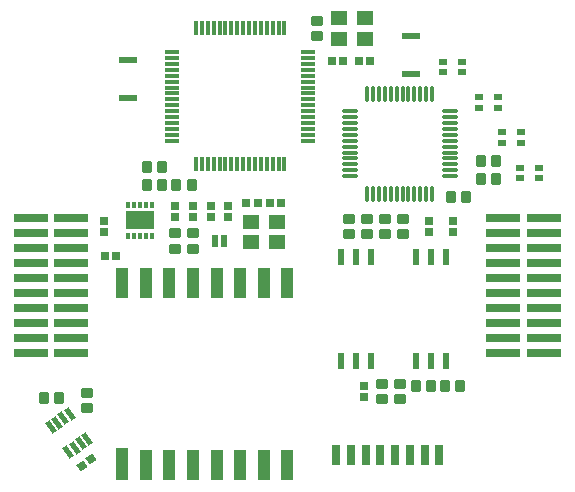
<source format=gtp>
G04*
G04 #@! TF.GenerationSoftware,Altium Limited,Altium Designer,24.4.1 (13)*
G04*
G04 Layer_Color=8421504*
%FSLAX44Y44*%
%MOMM*%
G71*
G04*
G04 #@! TF.SameCoordinates,FE180870-32F7-4A95-A59D-FA59A3482B45*
G04*
G04*
G04 #@! TF.FilePolarity,Positive*
G04*
G01*
G75*
%ADD18R,0.3048X1.1938*%
%ADD19R,1.1938X0.3048*%
G04:AMPARAMS|DCode=20|XSize=0.95mm|YSize=0.8mm|CornerRadius=0.1mm|HoleSize=0mm|Usage=FLASHONLY|Rotation=180.000|XOffset=0mm|YOffset=0mm|HoleType=Round|Shape=RoundedRectangle|*
%AMROUNDEDRECTD20*
21,1,0.9500,0.6000,0,0,180.0*
21,1,0.7500,0.8000,0,0,180.0*
1,1,0.2000,-0.3750,0.3000*
1,1,0.2000,0.3750,0.3000*
1,1,0.2000,0.3750,-0.3000*
1,1,0.2000,-0.3750,-0.3000*
%
%ADD20ROUNDEDRECTD20*%
G04:AMPARAMS|DCode=21|XSize=0.95mm|YSize=0.8mm|CornerRadius=0.1mm|HoleSize=0mm|Usage=FLASHONLY|Rotation=90.000|XOffset=0mm|YOffset=0mm|HoleType=Round|Shape=RoundedRectangle|*
%AMROUNDEDRECTD21*
21,1,0.9500,0.6000,0,0,90.0*
21,1,0.7500,0.8000,0,0,90.0*
1,1,0.2000,0.3000,0.3750*
1,1,0.2000,0.3000,-0.3750*
1,1,0.2000,-0.3000,-0.3750*
1,1,0.2000,-0.3000,0.3750*
%
%ADD21ROUNDEDRECTD21*%
%ADD22R,0.3500X0.5500*%
%ADD23R,2.4000X1.6200*%
%ADD24R,0.6604X1.7018*%
%ADD25R,2.9200X0.7400*%
%ADD26R,1.4000X1.2000*%
G04:AMPARAMS|DCode=27|XSize=1.1mm|YSize=0.45mm|CornerRadius=0mm|HoleSize=0mm|Usage=FLASHONLY|Rotation=125.000|XOffset=0mm|YOffset=0mm|HoleType=Round|Shape=Rectangle|*
%AMROTATEDRECTD27*
4,1,4,0.4998,-0.3215,0.1312,-0.5796,-0.4998,0.3215,-0.1312,0.5796,0.4998,-0.3215,0.0*
%
%ADD27ROTATEDRECTD27*%

G04:AMPARAMS|DCode=28|XSize=0.7154mm|YSize=0.6725mm|CornerRadius=0mm|HoleSize=0mm|Usage=FLASHONLY|Rotation=215.000|XOffset=0mm|YOffset=0mm|HoleType=Round|Shape=Rectangle|*
%AMROTATEDRECTD28*
4,1,4,0.1001,0.4806,0.4859,-0.0703,-0.1001,-0.4806,-0.4859,0.0703,0.1001,0.4806,0.0*
%
%ADD28ROTATEDRECTD28*%

%ADD29R,0.6725X0.7154*%
%ADD30O,1.4500X0.3000*%
%ADD31O,0.3000X1.4500*%
%ADD32R,0.7154X0.6725*%
%ADD33R,0.5588X1.4732*%
%ADD34R,1.5000X0.5500*%
%ADD35R,0.8000X0.5000*%
%ADD36R,0.5750X1.1400*%
%ADD37R,1.1000X2.6000*%
%ADD38R,1.1000X2.8000*%
D18*
X-77500Y102500D02*
D03*
X-72500D02*
D03*
X-67500D02*
D03*
X-62500D02*
D03*
X-57500D02*
D03*
X-52500D02*
D03*
X-47500D02*
D03*
X-42500D02*
D03*
X-37500D02*
D03*
X-32500D02*
D03*
X-27500D02*
D03*
X-22500D02*
D03*
X-17500D02*
D03*
X-12500D02*
D03*
X-7500D02*
D03*
X-2500D02*
D03*
Y217500D02*
D03*
X-7500D02*
D03*
X-12500D02*
D03*
X-17500D02*
D03*
X-22500D02*
D03*
X-27500D02*
D03*
X-32500D02*
D03*
X-37500D02*
D03*
X-42500D02*
D03*
X-47500D02*
D03*
X-52500D02*
D03*
X-57500D02*
D03*
X-62500D02*
D03*
X-67500D02*
D03*
X-72500D02*
D03*
X-77500D02*
D03*
D19*
X17500Y122500D02*
D03*
Y147500D02*
D03*
Y152500D02*
D03*
Y157500D02*
D03*
Y162500D02*
D03*
Y167500D02*
D03*
Y172500D02*
D03*
Y177500D02*
D03*
Y182500D02*
D03*
Y187500D02*
D03*
Y192500D02*
D03*
Y197500D02*
D03*
X-97500D02*
D03*
Y192500D02*
D03*
Y187500D02*
D03*
Y182500D02*
D03*
Y177500D02*
D03*
Y172500D02*
D03*
Y167500D02*
D03*
Y162500D02*
D03*
Y157500D02*
D03*
Y152500D02*
D03*
Y147500D02*
D03*
Y142500D02*
D03*
Y137500D02*
D03*
Y132500D02*
D03*
Y127500D02*
D03*
Y122500D02*
D03*
X17500Y127500D02*
D03*
Y132500D02*
D03*
Y137500D02*
D03*
Y142500D02*
D03*
D20*
X-170000Y-91000D02*
D03*
Y-104000D02*
D03*
X-80000Y31000D02*
D03*
Y44000D02*
D03*
X-95000Y31000D02*
D03*
Y44000D02*
D03*
X67500Y56500D02*
D03*
Y43500D02*
D03*
X52500Y56500D02*
D03*
Y43500D02*
D03*
X95000Y-96500D02*
D03*
Y-83500D02*
D03*
X80000Y-96500D02*
D03*
Y-83500D02*
D03*
X97500Y56500D02*
D03*
Y43500D02*
D03*
X82500Y56500D02*
D03*
Y43500D02*
D03*
X25000Y224000D02*
D03*
Y211000D02*
D03*
D21*
X-106000Y100000D02*
D03*
X-119000D02*
D03*
Y85000D02*
D03*
X-106000D02*
D03*
X-94000D02*
D03*
X-81000D02*
D03*
X-206500Y-95000D02*
D03*
X-193500D02*
D03*
X163500Y105000D02*
D03*
X176500D02*
D03*
X163500Y90000D02*
D03*
X176500D02*
D03*
X133500Y-85000D02*
D03*
X146500D02*
D03*
X108500D02*
D03*
X121500D02*
D03*
X151500Y75000D02*
D03*
X138500D02*
D03*
D22*
X-135000Y42150D02*
D03*
X-130000D02*
D03*
X-125000D02*
D03*
X-120000D02*
D03*
X-115000D02*
D03*
X-135000Y67850D02*
D03*
X-130000D02*
D03*
X-125000D02*
D03*
X-120000D02*
D03*
X-115000D02*
D03*
D23*
X-125000Y55000D02*
D03*
D24*
X41250Y-143743D02*
D03*
X53750D02*
D03*
X66250D02*
D03*
X78750D02*
D03*
X91250D02*
D03*
X103750D02*
D03*
X116250D02*
D03*
X128750D02*
D03*
D25*
X217150Y-57150D02*
D03*
X182850D02*
D03*
X217150Y-44450D02*
D03*
X182850D02*
D03*
X217150Y-31750D02*
D03*
X182850D02*
D03*
X217150Y-19050D02*
D03*
X182850D02*
D03*
X217150Y-6350D02*
D03*
X182850D02*
D03*
X217150Y6350D02*
D03*
X182850D02*
D03*
X217150Y19050D02*
D03*
X182850D02*
D03*
X217150Y31750D02*
D03*
X182850D02*
D03*
X217150Y44450D02*
D03*
X182850D02*
D03*
X217150Y57150D02*
D03*
X182850D02*
D03*
X-182850Y-57150D02*
D03*
X-217150D02*
D03*
X-182850Y-44450D02*
D03*
X-217150D02*
D03*
X-182850Y-31750D02*
D03*
X-217150D02*
D03*
X-182850Y-19050D02*
D03*
X-217150D02*
D03*
X-182850Y-6350D02*
D03*
X-217150D02*
D03*
X-182850Y6350D02*
D03*
X-217150D02*
D03*
X-182850Y19050D02*
D03*
X-217150D02*
D03*
X-182850Y31750D02*
D03*
X-217150D02*
D03*
X-182850Y44450D02*
D03*
X-217150D02*
D03*
X-182850Y57150D02*
D03*
X-217150D02*
D03*
D26*
X66000Y226000D02*
D03*
X44000D02*
D03*
Y209000D02*
D03*
X66000D02*
D03*
X-9000Y36500D02*
D03*
X-31000D02*
D03*
Y53500D02*
D03*
X-9000D02*
D03*
D27*
X-185530Y-141241D02*
D03*
X-180206Y-137513D02*
D03*
X-174881Y-133785D02*
D03*
X-169557Y-130057D02*
D03*
X-184470Y-108759D02*
D03*
X-189794Y-112487D02*
D03*
X-195119Y-116215D02*
D03*
X-200443Y-119943D02*
D03*
D28*
X-166080Y-147255D02*
D03*
X-173920Y-152745D02*
D03*
D29*
X-95000Y57714D02*
D03*
Y67286D02*
D03*
X-80000Y57714D02*
D03*
Y67286D02*
D03*
X-50000D02*
D03*
Y57714D02*
D03*
X-155000Y54786D02*
D03*
Y45214D02*
D03*
X-65000Y57714D02*
D03*
Y67286D02*
D03*
X140000Y45214D02*
D03*
Y54786D02*
D03*
X120000Y45214D02*
D03*
Y54786D02*
D03*
X65000Y-85214D02*
D03*
Y-94786D02*
D03*
D30*
X52750Y92500D02*
D03*
Y97500D02*
D03*
Y102500D02*
D03*
Y107500D02*
D03*
Y112500D02*
D03*
Y117500D02*
D03*
Y122500D02*
D03*
Y127500D02*
D03*
Y132500D02*
D03*
Y137500D02*
D03*
Y142500D02*
D03*
Y147500D02*
D03*
X137250D02*
D03*
Y142500D02*
D03*
Y137500D02*
D03*
Y132500D02*
D03*
Y127500D02*
D03*
Y122500D02*
D03*
Y117500D02*
D03*
Y112500D02*
D03*
Y107500D02*
D03*
Y102500D02*
D03*
Y97500D02*
D03*
Y92500D02*
D03*
D31*
X67500Y162250D02*
D03*
X72500D02*
D03*
X77500D02*
D03*
X82500D02*
D03*
X87500D02*
D03*
X92500D02*
D03*
X97500D02*
D03*
X102500D02*
D03*
X107500D02*
D03*
X112500D02*
D03*
X117500D02*
D03*
X122500D02*
D03*
Y77750D02*
D03*
X117500D02*
D03*
X112500D02*
D03*
X107500D02*
D03*
X102500D02*
D03*
X97500D02*
D03*
X82500D02*
D03*
X77500D02*
D03*
X92500D02*
D03*
X87500D02*
D03*
X72500D02*
D03*
X67500D02*
D03*
D32*
X-154786Y25000D02*
D03*
X-145214D02*
D03*
X-34786Y70000D02*
D03*
X-25214D02*
D03*
X-5214D02*
D03*
X-14786D02*
D03*
X37714Y190000D02*
D03*
X47286D02*
D03*
X69786D02*
D03*
X60214D02*
D03*
D33*
X45550Y23815D02*
D03*
X58250D02*
D03*
X45550Y-63815D02*
D03*
X58250D02*
D03*
X134450Y23815D02*
D03*
X121750D02*
D03*
X109050D02*
D03*
X70950D02*
D03*
Y-63815D02*
D03*
X109050D02*
D03*
X121750D02*
D03*
X134450D02*
D03*
D34*
X105000Y178750D02*
D03*
Y211250D02*
D03*
X-135000Y191250D02*
D03*
Y158750D02*
D03*
D35*
X132000Y189500D02*
D03*
X148000D02*
D03*
X132000Y180500D02*
D03*
X148000D02*
D03*
X197000Y99500D02*
D03*
X213000D02*
D03*
X197000Y90500D02*
D03*
X213000D02*
D03*
X198000Y120500D02*
D03*
X182000D02*
D03*
X198000Y129500D02*
D03*
X182000D02*
D03*
X178000Y150500D02*
D03*
X162000D02*
D03*
X178000Y159500D02*
D03*
X162000D02*
D03*
D36*
X-53375Y37500D02*
D03*
X-61625D02*
D03*
D37*
X-140000Y2000D02*
D03*
X-120000D02*
D03*
X-100000D02*
D03*
X-80000D02*
D03*
X-60000D02*
D03*
X-40000D02*
D03*
X-20000D02*
D03*
X0D02*
D03*
Y-152000D02*
D03*
X-20000D02*
D03*
X-40000D02*
D03*
X-60000D02*
D03*
X-80000D02*
D03*
X-100000D02*
D03*
X-120000D02*
D03*
D38*
X-140000Y-151000D02*
D03*
M02*

</source>
